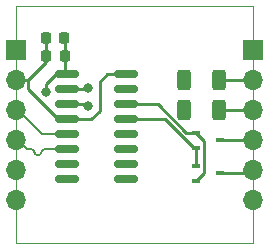
<source format=gbr>
G04 #@! TF.GenerationSoftware,KiCad,Pcbnew,(5.99.0-11522-g728b160719)*
G04 #@! TF.CreationDate,2021-08-06T10:01:41+10:00*
G04 #@! TF.ProjectId,USB-TTL,5553422d-5454-44c2-9e6b-696361645f70,rev?*
G04 #@! TF.SameCoordinates,Original*
G04 #@! TF.FileFunction,Copper,L1,Top*
G04 #@! TF.FilePolarity,Positive*
%FSLAX46Y46*%
G04 Gerber Fmt 4.6, Leading zero omitted, Abs format (unit mm)*
G04 Created by KiCad (PCBNEW (5.99.0-11522-g728b160719)) date 2021-08-06 10:01:41*
%MOMM*%
%LPD*%
G01*
G04 APERTURE LIST*
G04 Aperture macros list*
%AMRoundRect*
0 Rectangle with rounded corners*
0 $1 Rounding radius*
0 $2 $3 $4 $5 $6 $7 $8 $9 X,Y pos of 4 corners*
0 Add a 4 corners polygon primitive as box body*
4,1,4,$2,$3,$4,$5,$6,$7,$8,$9,$2,$3,0*
0 Add four circle primitives for the rounded corners*
1,1,$1+$1,$2,$3*
1,1,$1+$1,$4,$5*
1,1,$1+$1,$6,$7*
1,1,$1+$1,$8,$9*
0 Add four rect primitives between the rounded corners*
20,1,$1+$1,$2,$3,$4,$5,0*
20,1,$1+$1,$4,$5,$6,$7,0*
20,1,$1+$1,$6,$7,$8,$9,0*
20,1,$1+$1,$8,$9,$2,$3,0*%
G04 Aperture macros list end*
G04 #@! TA.AperFunction,Profile*
%ADD10C,0.100000*%
G04 #@! TD*
G04 #@! TA.AperFunction,ComponentPad*
%ADD11R,1.700000X1.700000*%
G04 #@! TD*
G04 #@! TA.AperFunction,ComponentPad*
%ADD12O,1.700000X1.700000*%
G04 #@! TD*
G04 #@! TA.AperFunction,SMDPad,CuDef*
%ADD13RoundRect,0.150000X-0.825000X-0.150000X0.825000X-0.150000X0.825000X0.150000X-0.825000X0.150000X0*%
G04 #@! TD*
G04 #@! TA.AperFunction,SMDPad,CuDef*
%ADD14RoundRect,0.250000X-0.312500X-0.625000X0.312500X-0.625000X0.312500X0.625000X-0.312500X0.625000X0*%
G04 #@! TD*
G04 #@! TA.AperFunction,SMDPad,CuDef*
%ADD15RoundRect,0.225000X-0.225000X-0.250000X0.225000X-0.250000X0.225000X0.250000X-0.225000X0.250000X0*%
G04 #@! TD*
G04 #@! TA.AperFunction,SMDPad,CuDef*
%ADD16R,0.700000X0.450000*%
G04 #@! TD*
G04 #@! TA.AperFunction,ViaPad*
%ADD17C,0.800000*%
G04 #@! TD*
G04 #@! TA.AperFunction,Conductor*
%ADD18C,0.250000*%
G04 #@! TD*
G04 #@! TA.AperFunction,Conductor*
%ADD19C,0.200000*%
G04 #@! TD*
G04 APERTURE END LIST*
D10*
X157988000Y-103734000D02*
X137922000Y-103734000D01*
X137922000Y-103734000D02*
X137922000Y-83668000D01*
X137922000Y-83668000D02*
X157988000Y-83668000D01*
X157988000Y-83668000D02*
X157988000Y-103734000D01*
D11*
G04 #@! TO.P,J1,1,Pin_1*
G04 #@! TO.N,N/C*
X137922000Y-87376000D03*
D12*
G04 #@! TO.P,J1,2,Pin_2*
G04 #@! TO.N,+3V3*
X137922000Y-89916000D03*
G04 #@! TO.P,J1,3,Pin_3*
G04 #@! TO.N,USB D+*
X137922000Y-92456000D03*
G04 #@! TO.P,J1,4,Pin_4*
G04 #@! TO.N,USB D-*
X137922000Y-94996000D03*
G04 #@! TO.P,J1,5,Pin_5*
G04 #@! TO.N,GND*
X137922000Y-97536000D03*
G04 #@! TO.P,J1,6,Pin_6*
G04 #@! TO.N,N/C*
X137922000Y-100076000D03*
G04 #@! TD*
D13*
G04 #@! TO.P,U1,1,GND*
G04 #@! TO.N,GND*
X142240000Y-89408000D03*
G04 #@! TO.P,U1,2,TXD*
G04 #@! TO.N,Net-(R1-Pad1)*
X142240000Y-90678000D03*
G04 #@! TO.P,U1,3,RXD*
G04 #@! TO.N,Net-(R2-Pad1)*
X142240000Y-91948000D03*
G04 #@! TO.P,U1,4,V3*
G04 #@! TO.N,+3V3*
X142240000Y-93218000D03*
G04 #@! TO.P,U1,5,UD+*
G04 #@! TO.N,USB D+*
X142240000Y-94488000D03*
G04 #@! TO.P,U1,6,UD-*
G04 #@! TO.N,USB D-*
X142240000Y-95758000D03*
G04 #@! TO.P,U1,7,NC*
G04 #@! TO.N,N/C*
X142240000Y-97028000D03*
G04 #@! TO.P,U1,8,NC*
X142240000Y-98298000D03*
G04 #@! TO.P,U1,9,~{CTS}*
X147190000Y-98298000D03*
G04 #@! TO.P,U1,10,~{DSR}*
X147190000Y-97028000D03*
G04 #@! TO.P,U1,11,~{RI}*
X147190000Y-95758000D03*
G04 #@! TO.P,U1,12,~{DCD}*
X147190000Y-94488000D03*
G04 #@! TO.P,U1,13,~{DTR}*
G04 #@! TO.N,/~{DTR}*
X147190000Y-93218000D03*
G04 #@! TO.P,U1,14,~{RTS}*
G04 #@! TO.N,/~{RTS}*
X147190000Y-91948000D03*
G04 #@! TO.P,U1,15,R232*
G04 #@! TO.N,N/C*
X147190000Y-90678000D03*
G04 #@! TO.P,U1,16,VCC*
G04 #@! TO.N,+3V3*
X147190000Y-89408000D03*
G04 #@! TD*
D14*
G04 #@! TO.P,R2,1*
G04 #@! TO.N,Net-(R2-Pad1)*
X152146000Y-92456000D03*
G04 #@! TO.P,R2,2*
G04 #@! TO.N,TTL RX*
X155071000Y-92456000D03*
G04 #@! TD*
G04 #@! TO.P,R1,1*
G04 #@! TO.N,Net-(R1-Pad1)*
X152146000Y-89916000D03*
G04 #@! TO.P,R1,2*
G04 #@! TO.N,TTL TX*
X155071000Y-89916000D03*
G04 #@! TD*
D15*
G04 #@! TO.P,C2,1*
G04 #@! TO.N,+3V3*
X140449000Y-87884000D03*
G04 #@! TO.P,C2,2*
G04 #@! TO.N,GND*
X141999000Y-87884000D03*
G04 #@! TD*
D16*
G04 #@! TO.P,Q1,1,B*
G04 #@! TO.N,/~{DTR}*
X153116500Y-97140000D03*
G04 #@! TO.P,Q1,2,E*
G04 #@! TO.N,/~{RTS}*
X153116500Y-98440000D03*
G04 #@! TO.P,Q1,3,C*
G04 #@! TO.N,EN*
X155116500Y-97790000D03*
G04 #@! TD*
D15*
G04 #@! TO.P,C1,1*
G04 #@! TO.N,+3V3*
X140436000Y-86360000D03*
G04 #@! TO.P,C1,2*
G04 #@! TO.N,GND*
X141986000Y-86360000D03*
G04 #@! TD*
D11*
G04 #@! TO.P,J2,1,Pin_1*
G04 #@! TO.N,N/C*
X157988000Y-87376000D03*
D12*
G04 #@! TO.P,J2,2,Pin_2*
G04 #@! TO.N,TTL TX*
X157988000Y-89916000D03*
G04 #@! TO.P,J2,3,Pin_3*
G04 #@! TO.N,TTL RX*
X157988000Y-92456000D03*
G04 #@! TO.P,J2,4,Pin_4*
G04 #@! TO.N,IO0*
X157988000Y-94996000D03*
G04 #@! TO.P,J2,5,Pin_5*
G04 #@! TO.N,EN*
X157988000Y-97536000D03*
G04 #@! TO.P,J2,6,Pin_6*
G04 #@! TO.N,N/C*
X157988000Y-100076000D03*
G04 #@! TD*
D16*
G04 #@! TO.P,Q2,1,B*
G04 #@! TO.N,/~{RTS}*
X153116500Y-94346000D03*
G04 #@! TO.P,Q2,2,E*
G04 #@! TO.N,/~{DTR}*
X153116500Y-95646000D03*
G04 #@! TO.P,Q2,3,C*
G04 #@! TO.N,IO0*
X155116500Y-94996000D03*
G04 #@! TD*
D17*
G04 #@! TO.N,GND*
X140462000Y-90932000D03*
G04 #@! TO.N,Net-(R1-Pad1)*
X143953000Y-90551000D03*
X152146000Y-89916000D03*
G04 #@! TO.N,Net-(R2-Pad1)*
X152146000Y-92456000D03*
X143953000Y-92075000D03*
G04 #@! TD*
D18*
G04 #@! TO.N,GND*
X141999000Y-87884000D02*
X141999000Y-86373000D01*
X140462000Y-90211001D02*
X140462000Y-90932000D01*
X141999000Y-86373000D02*
X141986000Y-86360000D01*
X141999000Y-89167000D02*
X142240000Y-89408000D01*
X141265001Y-89408000D02*
X140462000Y-90211001D01*
X141999000Y-87884000D02*
X141999000Y-89167000D01*
X142240000Y-89408000D02*
X141265001Y-89408000D01*
G04 #@! TO.N,+3V3*
X138163000Y-87897000D02*
X138150000Y-87884000D01*
X138892000Y-89916000D02*
X138047020Y-89916000D01*
X141478000Y-93218000D02*
X142240000Y-93218000D01*
X142240000Y-93218000D02*
X144266856Y-93218000D01*
X138892000Y-89916000D02*
X138892000Y-90632000D01*
X144969000Y-90043000D02*
X145604000Y-89408000D01*
X140449000Y-88359000D02*
X138892000Y-89916000D01*
X140436000Y-86360000D02*
X140436000Y-87871000D01*
X140436000Y-87871000D02*
X140449000Y-87884000D01*
X138892000Y-90632000D02*
X141478000Y-93218000D01*
X144969000Y-92515856D02*
X144969000Y-90043000D01*
X140449000Y-87884000D02*
X140449000Y-88359000D01*
X145604000Y-89408000D02*
X147190000Y-89408000D01*
X144266856Y-93218000D02*
X144969000Y-92515856D01*
D19*
G04 #@! TO.N,USB D+*
X142240000Y-94488000D02*
X140054020Y-94488000D01*
X140054020Y-94488000D02*
X138022020Y-92456000D01*
G04 #@! TO.N,USB D-*
X140392000Y-95758000D02*
X142240000Y-95758000D01*
X138022020Y-94996000D02*
X138784020Y-95758000D01*
X139437359Y-96003359D02*
X139437359Y-96003360D01*
X139682718Y-96248719D02*
X139792000Y-96248719D01*
X140282718Y-95758000D02*
X140392000Y-95758000D01*
X138784020Y-95758000D02*
X139192000Y-95758000D01*
X140037359Y-96003360D02*
X140037359Y-96003359D01*
X139437359Y-96003359D02*
G75*
G03*
X139192000Y-95758000I-245359J0D01*
G01*
X140037359Y-96003360D02*
G75*
G02*
X139792000Y-96248719I-245359J0D01*
G01*
X139682718Y-96248719D02*
G75*
G02*
X139437359Y-96003360I0J245359D01*
G01*
X140282718Y-95758000D02*
G75*
G03*
X140037359Y-96003359I0J-245359D01*
G01*
D18*
G04 #@! TO.N,TTL TX*
X155071000Y-89916000D02*
X157862980Y-89916000D01*
G04 #@! TO.N,TTL RX*
X155071000Y-92456000D02*
X157862980Y-92456000D01*
G04 #@! TO.N,IO0*
X155116500Y-94996000D02*
X157862980Y-94996000D01*
G04 #@! TO.N,EN*
X155116500Y-97790000D02*
X157608980Y-97790000D01*
X157608980Y-97790000D02*
X157862980Y-97536000D01*
X157505000Y-97790000D02*
X157759000Y-97536000D01*
G04 #@! TO.N,/~{DTR}*
X153116500Y-97140000D02*
X153116500Y-95646000D01*
X147190000Y-93218000D02*
X150515230Y-93218000D01*
X152943230Y-95646000D02*
X153116500Y-95646000D01*
X150515230Y-93218000D02*
X152943230Y-95646000D01*
G04 #@! TO.N,/~{RTS}*
X152278934Y-94346000D02*
X153116500Y-94346000D01*
X147190000Y-91948000D02*
X149880934Y-91948000D01*
X153116500Y-94346000D02*
X153791011Y-95020511D01*
X149880934Y-91948000D02*
X152278934Y-94346000D01*
X153791011Y-95020511D02*
X153791011Y-97765489D01*
X153791011Y-97765489D02*
X153116500Y-98440000D01*
G04 #@! TO.N,Net-(R1-Pad1)*
X142240000Y-90678000D02*
X143826000Y-90678000D01*
X143826000Y-90678000D02*
X143953000Y-90551000D01*
G04 #@! TO.N,Net-(R2-Pad1)*
X143826000Y-91948000D02*
X143953000Y-92075000D01*
X142240000Y-91948000D02*
X143826000Y-91948000D01*
G04 #@! TO.N,unconnected-(U1-Pad8)*
X141650230Y-98298000D02*
X142240000Y-98298000D01*
G04 #@! TD*
M02*

</source>
